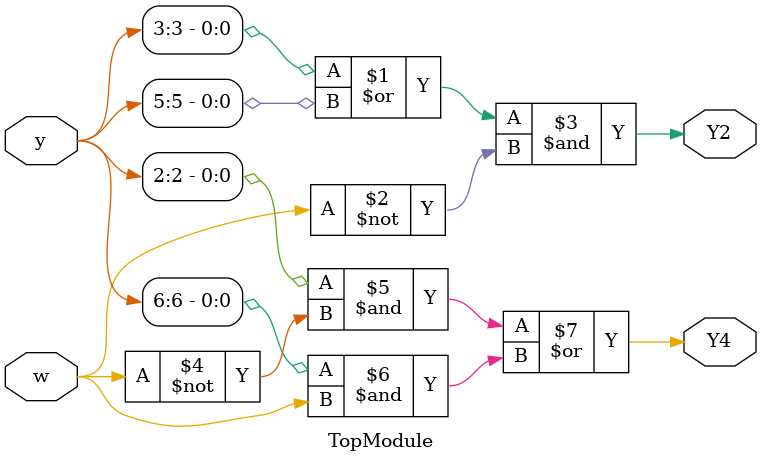
<source format=sv>

module TopModule (
  input [6:1] y,
  input w,
  output Y2,
  output Y4
);
assign Y2 = (y[3] | y[5]) & ~w;
assign Y4 = (y[2] & ~w) | (y[6] & w);
endmodule

</source>
